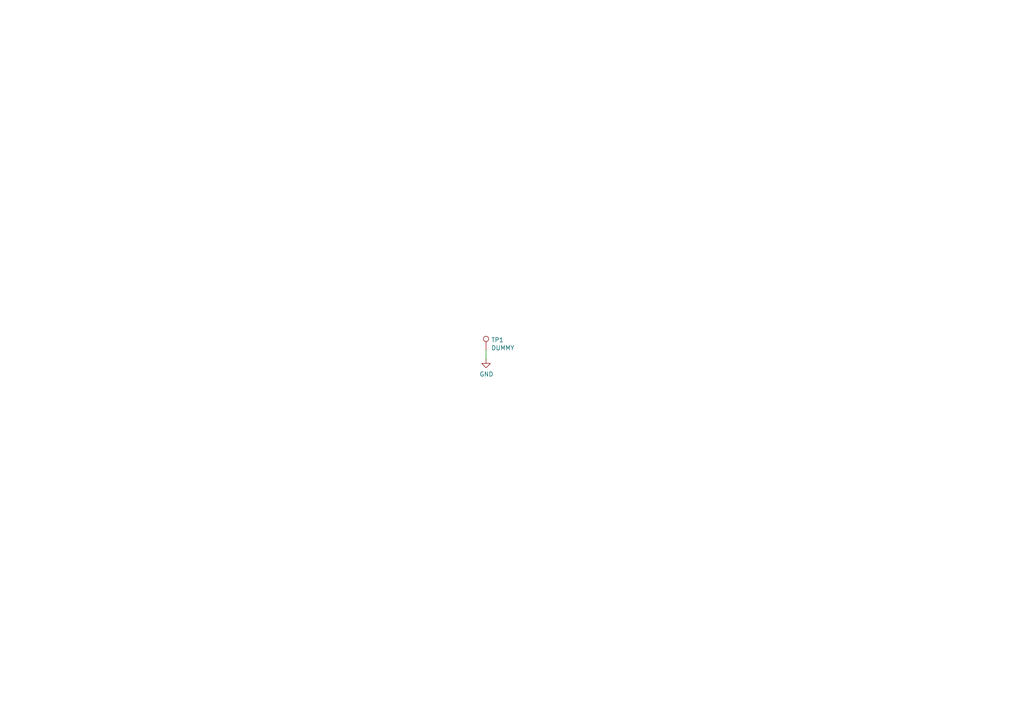
<source format=kicad_sch>
(kicad_sch (version 20211123) (generator eeschema)
  (paper "A4")
  (title_block (title "It is the Champion Faceplate") (date "2021-08-18") (rev "0") (comment 1 "creativecommons.org/licenses/by/4.0/") (comment 2 "License: CC by 4.0") (comment 3 "Author: Jordan Aceto"))
  (lib_symbols
    (symbol "Connector:TestPoint" (pin_numbers hide) (pin_names (offset 0.762) hide)
      (property "Reference" "TP" (at 0 6.858 0))
      (property "Value" "TestPoint" (at 0 5.08 0))
      (symbol "TestPoint_0_1"
        (circle (center 0 3.302) (radius 0.762))
      )
      (symbol "TestPoint_1_1"
        (pin passive line (at 0 0 90) (length 2.54) (name "1") (number "1"))
      )
    )
    (symbol "power:GND" (power) (pin_names (offset 0))
      (property "Value" "GND" (at 0 -3.81 0))
      (symbol "GND_0_1"
        (polyline (pts (xy 0 0) (xy 0 -1.27) (xy 1.27 -1.27) (xy 0 -2.54) (xy -1.27 -1.27) (xy 0 -1.27)))
      )
      (symbol "GND_1_1"
        (pin power_in line (at 0 0 270) (length 0) hide (name "GND") (number "1"))
      )
    )
  )
  (wire (pts (xy 140.97 104.14) (xy 140.97 101.6)))
  (symbol (lib_id "power:GND") (at 140.97 104.14 0) (unit 1)
    (property "Reference" "#PWR0101" (effects hide))
    (property "Value" "GND" (at 141.097 108.5342 0))
  )
  (symbol (lib_id "Connector:TestPoint") (at 140.97 101.6 0) (unit 1)
    (property "Reference" "TP1" (at 142.4432 98.6028 0) (effects (justify left)))
    (property "Value" "DUMMY" (at 142.4432 100.9142 0) (effects (justify left)))
    (property "Footprint" "TestPoint:TestPoint_Keystone_5000-5004_Miniature" (effects hide))
  )
)
</source>
